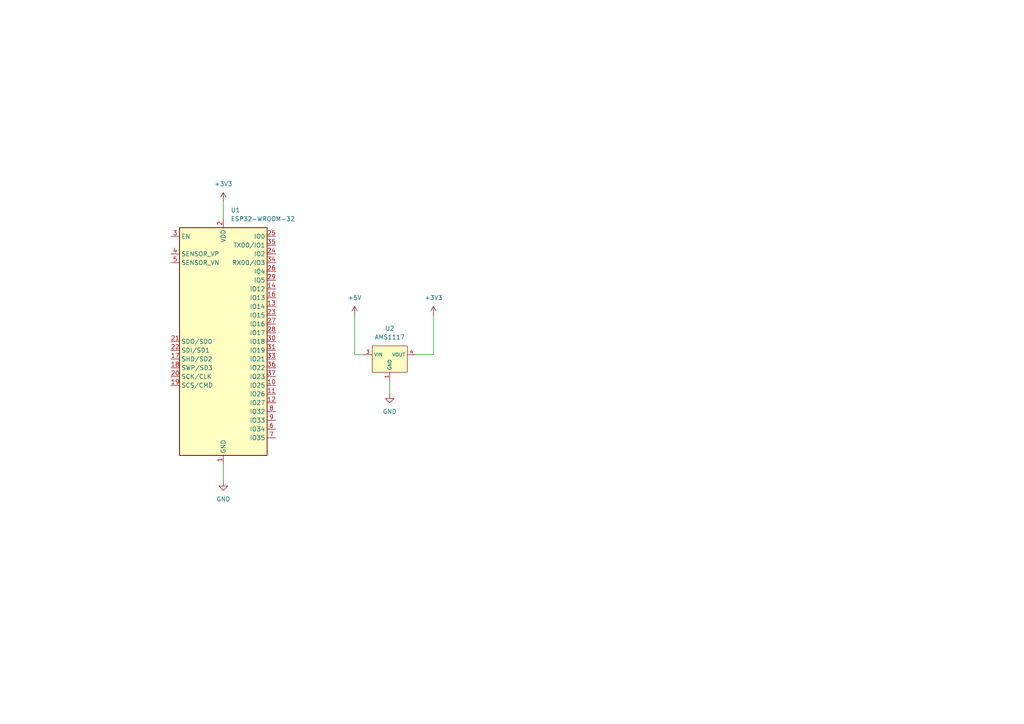
<source format=kicad_sch>
(kicad_sch (version 20250114) (generator "eeschema") (generator_version "9.0")
  (paper "A4")
  (lib_symbols
    (symbol "PCM_JLCPCB-Power:LDO, 3.3V, 1A"
      (property "Reference" "U" (at 0 8.89 0))
      (property "Value" "AMS1117" (at 0 6.35 0))
      (symbol "LDO, 3.3V, 1A_0_1"
        (rectangle (start -5.08 5.08) (end 5.08 -2.54) (fill (type background)))
        (pin unspecified line (at 0 -5.08 90) (length 2.54) (name "GND") (number "1"))
        (pin unspecified line (at 7.62 2.54 180) (length 2.54) (name "VOUT") (number "4"))
      )
      (symbol "LDO, 3.3V, 1A_1_1"
        (pin unspecified line (at -7.62 2.54 0) (length 2.54) (name "VIN") (number "3"))
        (pin unspecified line (at 7.62 2.54 180) (length 2.54) (hide yes) (name "VOUT") (number "2"))
      )
    )
    (symbol "RF_Module:ESP32-WROOM-32"
      (property "Reference" "U" (at -12.7 34.29 0))
      (property "Value" "ESP32-WROOM-32" (at 1.27 34.29 0))
      (symbol "ESP32-WROOM-32_0_1"
        (rectangle (start -12.7 33.02) (end 12.7 -33.02) (stroke (width 0.254)) (fill (type background)))
      )
      (symbol "ESP32-WROOM-32_1_1"
        (pin input line (at -15.24 30.48 0) (length 2.54) (name "EN") (number "3"))
        (pin input line (at -15.24 25.4 0) (length 2.54) (name "SENSOR_VP") (number "4"))
        (pin input line (at -15.24 22.86 0) (length 2.54) (name "SENSOR_VN") (number "5"))
        (pin bidirectional line (at -15.24 0 0) (length 2.54) (name "SDO/SD0") (number "21"))
        (pin bidirectional line (at -15.24 -2.54 0) (length 2.54) (name "SDI/SD1") (number "22"))
        (pin bidirectional line (at -15.24 -5.08 0) (length 2.54) (name "SHD/SD2") (number "17"))
        (pin bidirectional line (at -15.24 -7.62 0) (length 2.54) (name "SWP/SD3") (number "18"))
        (pin bidirectional line (at -15.24 -10.16 0) (length 2.54) (name "SCK/CLK") (number "20"))
        (pin bidirectional line (at -15.24 -12.7 0) (length 2.54) (name "SCS/CMD") (number "19"))
        (pin no_connect line (at -12.7 -27.94 0) (length 2.54) (hide yes) (name "NC") (number "32"))
        (pin power_in line (at 0 35.56 270) (length 2.54) (name "VDD") (number "2"))
        (pin power_in line (at 0 -35.56 90) (length 2.54) (name "GND") (number "1"))
        (pin passive line (at 0 -35.56 90) (length 2.54) (hide yes) (name "GND") (number "15"))
        (pin passive line (at 0 -35.56 90) (length 2.54) (hide yes) (name "GND") (number "38"))
        (pin passive line (at 0 -35.56 90) (length 2.54) (hide yes) (name "GND") (number "39"))
        (pin bidirectional line (at 15.24 30.48 180) (length 2.54) (name "IO0") (number "25"))
        (pin bidirectional line (at 15.24 27.94 180) (length 2.54) (name "TXD0/IO1") (number "35"))
        (pin bidirectional line (at 15.24 25.4 180) (length 2.54) (name "IO2") (number "24"))
        (pin bidirectional line (at 15.24 22.86 180) (length 2.54) (name "RXD0/IO3") (number "34"))
        (pin bidirectional line (at 15.24 20.32 180) (length 2.54) (name "IO4") (number "26"))
        (pin bidirectional line (at 15.24 17.78 180) (length 2.54) (name "IO5") (number "29"))
        (pin bidirectional line (at 15.24 15.24 180) (length 2.54) (name "IO12") (number "14"))
        (pin bidirectional line (at 15.24 12.7 180) (length 2.54) (name "IO13") (number "16"))
        (pin bidirectional line (at 15.24 10.16 180) (length 2.54) (name "IO14") (number "13"))
        (pin bidirectional line (at 15.24 7.62 180) (length 2.54) (name "IO15") (number "23"))
        (pin bidirectional line (at 15.24 5.08 180) (length 2.54) (name "IO16") (number "27"))
        (pin bidirectional line (at 15.24 2.54 180) (length 2.54) (name "IO17") (number "28"))
        (pin bidirectional line (at 15.24 0 180) (length 2.54) (name "IO18") (number "30"))
        (pin bidirectional line (at 15.24 -2.54 180) (length 2.54) (name "IO19") (number "31"))
        (pin bidirectional line (at 15.24 -5.08 180) (length 2.54) (name "IO21") (number "33"))
        (pin bidirectional line (at 15.24 -7.62 180) (length 2.54) (name "IO22") (number "36"))
        (pin bidirectional line (at 15.24 -10.16 180) (length 2.54) (name "IO23") (number "37"))
        (pin bidirectional line (at 15.24 -12.7 180) (length 2.54) (name "IO25") (number "10"))
        (pin bidirectional line (at 15.24 -15.24 180) (length 2.54) (name "IO26") (number "11"))
        (pin bidirectional line (at 15.24 -17.78 180) (length 2.54) (name "IO27") (number "12"))
        (pin bidirectional line (at 15.24 -20.32 180) (length 2.54) (name "IO32") (number "8"))
        (pin bidirectional line (at 15.24 -22.86 180) (length 2.54) (name "IO33") (number "9"))
        (pin input line (at 15.24 -25.4 180) (length 2.54) (name "IO34") (number "6"))
        (pin input line (at 15.24 -27.94 180) (length 2.54) (name "IO35") (number "7"))
      )
    )
    (symbol "power:+3V3" (power) (pin_numbers (hide yes)) (pin_names (offset 0) (hide yes))
      (property "Value" "+3V3" (at 0 3.556 0))
      (symbol "+3V3_0_1"
        (polyline (pts (xy -0.762 1.27) (xy 0 2.54)))
        (polyline (pts (xy 0 2.54) (xy 0.762 1.27)))
        (polyline (pts (xy 0 0) (xy 0 2.54)))
      )
      (symbol "+3V3_1_1"
        (pin power_in line (at 0 0 90) (length 0) (name "~") (number "1"))
      )
    )
    (symbol "power:+5V" (power) (pin_numbers (hide yes)) (pin_names (offset 0) (hide yes))
      (property "Value" "+5V" (at 0 3.556 0))
      (symbol "+5V_0_1"
        (polyline (pts (xy -0.762 1.27) (xy 0 2.54)))
        (polyline (pts (xy 0 2.54) (xy 0.762 1.27)))
        (polyline (pts (xy 0 0) (xy 0 2.54)))
      )
      (symbol "+5V_1_1"
        (pin power_in line (at 0 0 90) (length 0) (name "~") (number "1"))
      )
    )
    (symbol "power:GND" (power) (pin_numbers (hide yes)) (pin_names (offset 0) (hide yes))
      (property "Value" "GND" (at 0 -3.81 0))
      (symbol "GND_0_1"
        (polyline (pts (xy 0 0) (xy 0 -1.27) (xy 1.27 -1.27) (xy 0 -2.54) (xy -1.27 -1.27) (xy 0 -1.27)))
      )
      (symbol "GND_1_1"
        (pin power_in line (at 0 0 270) (length 0) (name "~") (number "1"))
      )
    )
  )
  (wire (pts (xy 105.41 102.87) (xy 102.87 102.87)))
  (wire (pts (xy 120.65 102.87) (xy 125.73 102.87)))
  (wire (pts (xy 113.03 110.49) (xy 113.03 114.3)))
  (wire (pts (xy 125.73 102.87) (xy 125.73 91.44)))
  (wire (pts (xy 64.77 58.42) (xy 64.77 63.5)))
  (wire (pts (xy 102.87 102.87) (xy 102.87 91.44)))
  (wire (pts (xy 64.77 134.62) (xy 64.77 139.7)))
  (symbol (lib_id "power:GND") (at 64.77 139.7 0) (unit 1)
    (property "Reference" "#PWR05" (effects (hide yes)))
    (property "Value" "GND" (at 64.77 144.78 0))
    (property "Description" "Power symbol creates a global label with name \"GND\" , ground" (effects (hide yes)))
  )
  (symbol (lib_id "power:+5V") (at 102.87 91.44 0) (unit 1)
    (property "Reference" "#PWR01" (effects (hide yes)))
    (property "Value" "+5V" (at 102.87 86.36 0))
    (property "Description" "Power symbol creates a global label with name \"+5V\"" (effects (hide yes)))
  )
  (symbol (lib_id "power:+3V3") (at 64.77 58.42 0) (unit 1)
    (property "Reference" "#PWR04" (effects (hide yes)))
    (property "Value" "+3V3" (at 64.77 53.34 0))
    (property "Description" "Power symbol creates a global label with name \"+3V3\"" (effects (hide yes)))
  )
  (symbol (lib_id "power:GND") (at 113.03 114.3 0) (unit 1)
    (property "Reference" "#PWR03" (effects (hide yes)))
    (property "Value" "GND" (at 113.03 119.38 0))
    (property "Description" "Power symbol creates a global label with name \"GND\" , ground" (effects (hide yes)))
  )
  (symbol (lib_id "RF_Module:ESP32-WROOM-32") (at 64.77 99.06 0) (unit 1)
    (property "Reference" "U1" (at 66.9133 60.96 0) (effects (justify left)))
    (property "Value" "ESP32-WROOM-32" (at 66.9133 63.5 0) (effects (justify left)))
    (property "Footprint" "RF_Module:ESP32-WROOM-32" (effects (hide yes)))
    (property "Datasheet" "https://www.espressif.com/sites/default/files/documentation/esp32-wroom-32_datasheet_en.pdf" (effects (hide yes)))
    (property "Description" "RF Module, ESP32-D0WDQ6 SoC, Wi-Fi 802.11b/g/n, Bluetooth, BLE, 32-bit, 2.7-3.6V, onboard antenna, SMD" (effects (hide yes)))
  )
  (symbol (lib_id "PCM_JLCPCB-Power:LDO, 3.3V, 1A") (at 113.03 105.41 0) (unit 1)
    (property "Reference" "U2" (at 113.03 95.25 0))
    (property "Value" "AMS1117" (at 113.03 97.79 0))
    (property "Footprint" "PCM_JLCPCB:SOT-223-3_L6.5-W3.4-P2.30-LS7.0-BR" (effects (hide yes)))
    (property "Datasheet" "https://www.lcsc.com/datasheet/lcsc_datasheet_2410121508_Advanced-Monolithic-Systems-AMS1117-3-3_C6186.pdf" (effects (hide yes)))
    (property "Description" "72dB@(120Hz) 1A Fixed 3.3V Positive electrode SOT-223 Voltage Regulators - Linear, Low Drop Out (LDO) Regulators ROHS" (effects (hide yes)))
    (property "LCSC" "C6186" (effects (hide yes)))
    (property "Stock" "228664" (effects (hide yes)))
    (property "Price" "0.177USD" (effects (hide yes)))
    (property "Process" "SMT" (effects (hide yes)))
    (property "Minimum Qty" "2" (effects (hide yes)))
    (property "Attrition Qty" "0" (effects (hide yes)))
    (property "Class" "Basic Component" (effects (hide yes)))
    (property "Category" "Power Management ICs,Linear Voltage Regulators (LDO)" (effects (hide yes)))
    (property "Manufacturer" "Advanced Monolithic Systems" (effects (hide yes)))
    (property "Part" "AMS1117-3.3" (effects (hide yes)))
    (property "Number Of Outputs" "1" (effects (hide yes)))
    (property "Output Voltage" "3.3V" (effects (hide yes)))
    (property "Dropout Voltage" "1.3V@(800mA)" (effects (hide yes)))
    (property "Output Current" "1A" (effects (hide yes)))
    (property "Output Type" "Fixed" (effects (hide yes)))
    (property "Output Polarity" "Positive electrode" (effects (hide yes)))
    (property "Power Supply Rejection Ratio (Psrr)" "72dB@(120Hz)" (effects (hide yes)))
    (property "Feature" "Overcurrent Protection(OCP);Thermal Protection(TSD)" (effects (hide yes)))
  )
  (symbol (lib_id "power:+3V3") (at 125.73 91.44 0) (unit 1)
    (property "Reference" "#PWR02" (effects (hide yes)))
    (property "Value" "+3V3" (at 125.73 86.36 0))
    (property "Description" "Power symbol creates a global label with name \"+3V3\"" (effects (hide yes)))
  )
)
</source>
